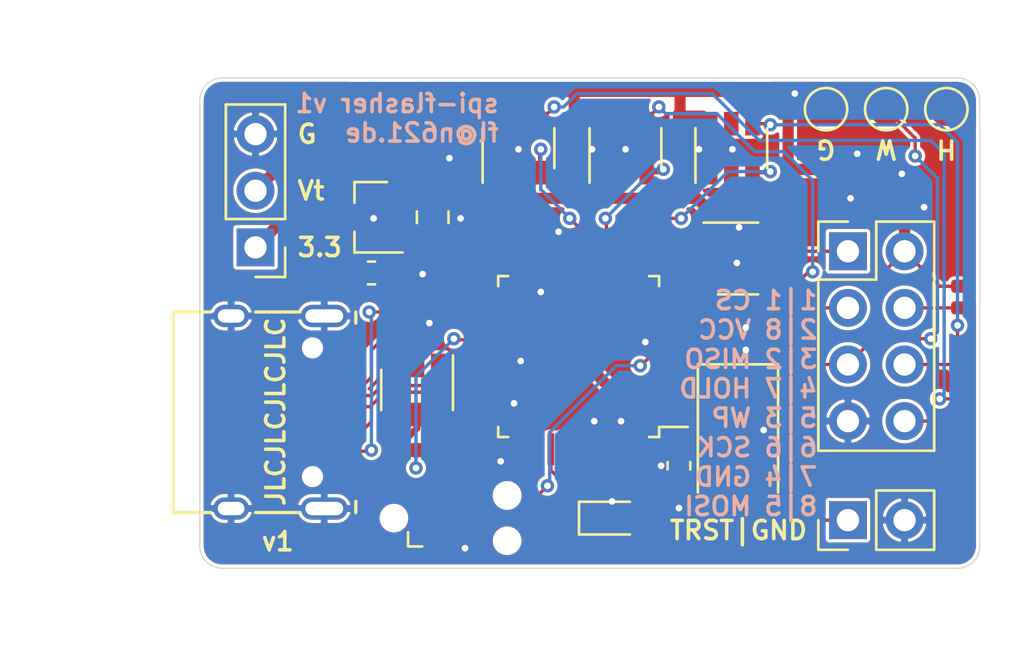
<source format=kicad_pcb>
(kicad_pcb (version 20171130) (host pcbnew 5.1.4)
  (layers (0 F.Cu signal) (31 B.Cu signal) (34 B.Paste user) (35 F.Paste user) (36 B.SilkS user) (37 F.SilkS user) (38 B.Mask user) (39 F.Mask user) (44 Edge.Cuts user))
  (net 0 "")
  (net 1 GND)
  (net 2 VBUS)
  (net 3 +3V3)
  (net 4 "Net-(C3-Pad1)")
  (net 5 /NRST)
  (net 6 /V_TARGET)
  (net 7 "Net-(C6-Pad1)")
  (net 8 "Net-(D1-Pad1)")
  (net 9 "Net-(J1-PadB5)")
  (net 10 "Net-(J1-PadA8)")
  (net 11 /USB_DP)
  (net 12 /USB_DM)
  (net 13 "Net-(J1-PadA5)")
  (net 14 "Net-(J1-PadB8)")
  (net 15 "Net-(J2-Pad6)")
  (net 16 /SWCLK)
  (net 17 /SWDIO)
  (net 18 /TRST)
  (net 19 "Net-(J5-Pad8)")
  (net 20 "Net-(J5-Pad6)")
  (net 21 /WP)
  (net 22 /HOLD)
  (net 23 "Net-(J5-Pad3)")
  (net 24 "Net-(J5-Pad1)")
  (net 25 "Net-(R3-Pad1)")
  (net 26 /NSS)
  (net 27 /MISO)
  (net 28 "Net-(R6-Pad1)")
  (net 29 /SCK)
  (net 30 /MOSI)
  (net 31 "Net-(U2-Pad4)")
  (net 32 "Net-(U2-Pad3)")
  (net 33 "Net-(U4-Pad46)")
  (net 34 "Net-(U4-Pad43)")
  (net 35 "Net-(U4-Pad41)")
  (net 36 "Net-(U4-Pad39)")
  (net 37 "Net-(U4-Pad38)")
  (net 38 "Net-(U4-Pad31)")
  (net 39 "Net-(U4-Pad30)")
  (net 40 "Net-(U4-Pad28)")
  (net 41 "Net-(U4-Pad27)")
  (net 42 "Net-(U4-Pad26)")
  (net 43 "Net-(U4-Pad25)")
  (net 44 "Net-(U4-Pad22)")
  (net 45 "Net-(U4-Pad21)")
  (net 46 "Net-(U4-Pad20)")
  (net 47 "Net-(U4-Pad19)")
  (net 48 "Net-(U4-Pad18)")
  (net 49 /MOSI_MCU)
  (net 50 /MISO_MCU)
  (net 51 /SCK_MCU)
  (net 52 /NSS_MCU)
  (net 53 "Net-(U4-Pad13)")
  (net 54 "Net-(U4-Pad12)")
  (net 55 "Net-(U4-Pad11)")
  (net 56 "Net-(U4-Pad10)")
  (net 57 "Net-(U4-Pad4)")
  (net 58 "Net-(U4-Pad3)")
  (net 59 "Net-(U4-Pad2)")
  (net 60 "Net-(U4-Pad42)")
  (module Package_TO_SOT_SMD:SOT-23 (layer F.Cu) (at 107.7 84.25 180)
    (fp_text reference U1 hide)
    (fp_text value XC6206)
    (pad 3 smd rect (at 1 0 180) (size 0.9 0.8) (layers F.Cu F.Paste F.Mask) (net 2 VBUS))
    (pad 2 smd rect (at -1 0.95 180) (size 0.9 0.8) (layers F.Cu F.Paste F.Mask) (net 3 +3V3))
    (pad 1 smd rect (at -1 -0.95 180) (size 0.9 0.8) (layers F.Cu F.Paste F.Mask) (net 1 GND))
  )
  (module Crystal:Crystal_SMD_5032-2Pin_5.0x3.2mm (layer F.Cu) (at 124.15 93.9 270)
    (fp_text reference Y1 hide)
    (fp_text value 8MHz)
    (pad 1 smd rect (at -1.85 0 270) (size 2 2.4) (layers F.Cu F.Paste F.Mask) (net 7 "Net-(C6-Pad1)"))
    (pad 2 smd rect (at 1.85 0 270) (size 2 2.4) (layers F.Cu F.Paste F.Mask) (net 4 "Net-(C3-Pad1)"))
  )
  (module Package_TO_SOT_SMD:SOT-23-6 (layer F.Cu) (at 119.1 81.15 90)
    (fp_text reference U8 hide)
    (fp_text value SN74LVC1T45DBV)
    (pad 5 smd rect (at 1.1 0 90) (size 1.06 0.65) (layers F.Cu F.Paste F.Mask) (net 1 GND))
    (pad 6 smd rect (at 1.1 -0.95 90) (size 1.06 0.65) (layers F.Cu F.Paste F.Mask) (net 6 /V_TARGET))
    (pad 4 smd rect (at 1.1 0.95 90) (size 1.06 0.65) (layers F.Cu F.Paste F.Mask) (net 27 /MISO))
    (pad 3 smd rect (at -1.1 0.95 90) (size 1.06 0.65) (layers F.Cu F.Paste F.Mask) (net 50 /MISO_MCU))
    (pad 2 smd rect (at -1.1 0 90) (size 1.06 0.65) (layers F.Cu F.Paste F.Mask) (net 1 GND))
    (pad 1 smd rect (at -1.1 -0.95 90) (size 1.06 0.65) (layers F.Cu F.Paste F.Mask) (net 3 +3V3))
  )
  (module Package_TO_SOT_SMD:SOT-23-6 (layer F.Cu) (at 123.85 81.15 90)
    (fp_text reference U7 hide)
    (fp_text value SN74LVC1T45DBV)
    (pad 5 smd rect (at 1.1 0 90) (size 1.06 0.65) (layers F.Cu F.Paste F.Mask) (net 3 +3V3))
    (pad 6 smd rect (at 1.1 -0.95 90) (size 1.06 0.65) (layers F.Cu F.Paste F.Mask) (net 6 /V_TARGET))
    (pad 4 smd rect (at 1.1 0.95 90) (size 1.06 0.65) (layers F.Cu F.Paste F.Mask) (net 29 /SCK))
    (pad 3 smd rect (at -1.1 0.95 90) (size 1.06 0.65) (layers F.Cu F.Paste F.Mask) (net 51 /SCK_MCU))
    (pad 2 smd rect (at -1.1 0 90) (size 1.06 0.65) (layers F.Cu F.Paste F.Mask) (net 1 GND))
    (pad 1 smd rect (at -1.1 -0.95 90) (size 1.06 0.65) (layers F.Cu F.Paste F.Mask) (net 3 +3V3))
  )
  (module Package_TO_SOT_SMD:SOT-23-6 (layer F.Cu) (at 114.3 81.15 90)
    (fp_text reference U6 hide)
    (fp_text value SN74LVC1T45DBV)
    (pad 5 smd rect (at 1.1 0 90) (size 1.06 0.65) (layers F.Cu F.Paste F.Mask) (net 3 +3V3))
    (pad 6 smd rect (at 1.1 -0.95 90) (size 1.06 0.65) (layers F.Cu F.Paste F.Mask) (net 6 /V_TARGET))
    (pad 4 smd rect (at 1.1 0.95 90) (size 1.06 0.65) (layers F.Cu F.Paste F.Mask) (net 30 /MOSI))
    (pad 3 smd rect (at -1.1 0.95 90) (size 1.06 0.65) (layers F.Cu F.Paste F.Mask) (net 49 /MOSI_MCU))
    (pad 2 smd rect (at -1.1 0 90) (size 1.06 0.65) (layers F.Cu F.Paste F.Mask) (net 1 GND))
    (pad 1 smd rect (at -1.1 -0.95 90) (size 1.06 0.65) (layers F.Cu F.Paste F.Mask) (net 3 +3V3))
  )
  (module Package_TO_SOT_SMD:SOT-23-6 (layer F.Cu) (at 124.15 86.1)
    (fp_text reference U5 hide)
    (fp_text value SN74LVC1T45DBV)
    (pad 5 smd rect (at 1.1 0) (size 1.06 0.65) (layers F.Cu F.Paste F.Mask) (net 3 +3V3))
    (pad 6 smd rect (at 1.1 -0.95) (size 1.06 0.65) (layers F.Cu F.Paste F.Mask) (net 6 /V_TARGET))
    (pad 4 smd rect (at 1.1 0.95) (size 1.06 0.65) (layers F.Cu F.Paste F.Mask) (net 26 /NSS))
    (pad 3 smd rect (at -1.1 0.95) (size 1.06 0.65) (layers F.Cu F.Paste F.Mask) (net 52 /NSS_MCU))
    (pad 2 smd rect (at -1.1 0) (size 1.06 0.65) (layers F.Cu F.Paste F.Mask) (net 1 GND))
    (pad 1 smd rect (at -1.1 -0.95) (size 1.06 0.65) (layers F.Cu F.Paste F.Mask) (net 3 +3V3))
  )
  (module Package_QFP:LQFP-48_7x7mm_P0.5mm (layer F.Cu) (at 117 90.5 180)
    (fp_text reference U4 hide)
    (fp_text value STM32F103C8T6)
    (pad 48 smd roundrect (at -2.75 -4.1625 180) (size 0.3 1.475) (layers F.Cu F.Paste F.Mask) (net 3 +3V3))
    (pad 47 smd roundrect (at -2.25 -4.1625 180) (size 0.3 1.475) (layers F.Cu F.Paste F.Mask) (net 1 GND))
    (pad 46 smd roundrect (at -1.75 -4.1625 180) (size 0.3 1.475) (layers F.Cu F.Paste F.Mask) (net 33 "Net-(U4-Pad46)"))
    (pad 45 smd roundrect (at -1.25 -4.1625 180) (size 0.3 1.475) (layers F.Cu F.Paste F.Mask) (net 25 "Net-(R3-Pad1)"))
    (pad 44 smd roundrect (at -0.75 -4.1625 180) (size 0.3 1.475) (layers F.Cu F.Paste F.Mask) (net 1 GND))
    (pad 43 smd roundrect (at -0.25 -4.1625 180) (size 0.3 1.475) (layers F.Cu F.Paste F.Mask) (net 34 "Net-(U4-Pad43)"))
    (pad 42 smd roundrect (at 0.25 -4.1625 180) (size 0.3 1.475) (layers F.Cu F.Paste F.Mask) (net 60 "Net-(U4-Pad42)"))
    (pad 41 smd roundrect (at 0.75 -4.1625 180) (size 0.3 1.475) (layers F.Cu F.Paste F.Mask) (net 35 "Net-(U4-Pad41)"))
    (pad 40 smd roundrect (at 1.25 -4.1625 180) (size 0.3 1.475) (layers F.Cu F.Paste F.Mask) (net 18 /TRST))
    (pad 39 smd roundrect (at 1.75 -4.1625 180) (size 0.3 1.475) (layers F.Cu F.Paste F.Mask) (net 36 "Net-(U4-Pad39)"))
    (pad 38 smd roundrect (at 2.25 -4.1625 180) (size 0.3 1.475) (layers F.Cu F.Paste F.Mask) (net 37 "Net-(U4-Pad38)"))
    (pad 37 smd roundrect (at 2.75 -4.1625 180) (size 0.3 1.475) (layers F.Cu F.Paste F.Mask) (net 16 /SWCLK))
    (pad 36 smd roundrect (at 4.1625 -2.75 180) (size 1.475 0.3) (layers F.Cu F.Paste F.Mask) (net 3 +3V3))
    (pad 35 smd roundrect (at 4.1625 -2.25 180) (size 1.475 0.3) (layers F.Cu F.Paste F.Mask) (net 1 GND))
    (pad 34 smd roundrect (at 4.1625 -1.75 180) (size 1.475 0.3) (layers F.Cu F.Paste F.Mask) (net 17 /SWDIO))
    (pad 33 smd roundrect (at 4.1625 -1.25 180) (size 1.475 0.3) (layers F.Cu F.Paste F.Mask) (net 11 /USB_DP))
    (pad 32 smd roundrect (at 4.1625 -0.75 180) (size 1.475 0.3) (layers F.Cu F.Paste F.Mask) (net 12 /USB_DM))
    (pad 31 smd roundrect (at 4.1625 -0.25 180) (size 1.475 0.3) (layers F.Cu F.Paste F.Mask) (net 38 "Net-(U4-Pad31)"))
    (pad 30 smd roundrect (at 4.1625 0.25 180) (size 1.475 0.3) (layers F.Cu F.Paste F.Mask) (net 39 "Net-(U4-Pad30)"))
    (pad 29 smd roundrect (at 4.1625 0.75 180) (size 1.475 0.3) (layers F.Cu F.Paste F.Mask) (net 28 "Net-(R6-Pad1)"))
    (pad 28 smd roundrect (at 4.1625 1.25 180) (size 1.475 0.3) (layers F.Cu F.Paste F.Mask) (net 40 "Net-(U4-Pad28)"))
    (pad 27 smd roundrect (at 4.1625 1.75 180) (size 1.475 0.3) (layers F.Cu F.Paste F.Mask) (net 41 "Net-(U4-Pad27)"))
    (pad 26 smd roundrect (at 4.1625 2.25 180) (size 1.475 0.3) (layers F.Cu F.Paste F.Mask) (net 42 "Net-(U4-Pad26)"))
    (pad 25 smd roundrect (at 4.1625 2.75 180) (size 1.475 0.3) (layers F.Cu F.Paste F.Mask) (net 43 "Net-(U4-Pad25)"))
    (pad 24 smd roundrect (at 2.75 4.1625 180) (size 0.3 1.475) (layers F.Cu F.Paste F.Mask) (net 3 +3V3))
    (pad 23 smd roundrect (at 2.25 4.1625 180) (size 0.3 1.475) (layers F.Cu F.Paste F.Mask) (net 1 GND))
    (pad 22 smd roundrect (at 1.75 4.1625 180) (size 0.3 1.475) (layers F.Cu F.Paste F.Mask) (net 44 "Net-(U4-Pad22)"))
    (pad 21 smd roundrect (at 1.25 4.1625 180) (size 0.3 1.475) (layers F.Cu F.Paste F.Mask) (net 45 "Net-(U4-Pad21)"))
    (pad 20 smd roundrect (at 0.75 4.1625 180) (size 0.3 1.475) (layers F.Cu F.Paste F.Mask) (net 46 "Net-(U4-Pad20)"))
    (pad 19 smd roundrect (at 0.25 4.1625 180) (size 0.3 1.475) (layers F.Cu F.Paste F.Mask) (net 47 "Net-(U4-Pad19)"))
    (pad 18 smd roundrect (at -0.25 4.1625 180) (size 0.3 1.475) (layers F.Cu F.Paste F.Mask) (net 48 "Net-(U4-Pad18)"))
    (pad 17 smd roundrect (at -0.75 4.1625 180) (size 0.3 1.475) (layers F.Cu F.Paste F.Mask) (net 49 /MOSI_MCU))
    (pad 16 smd roundrect (at -1.25 4.1625 180) (size 0.3 1.475) (layers F.Cu F.Paste F.Mask) (net 50 /MISO_MCU))
    (pad 15 smd roundrect (at -1.75 4.1625 180) (size 0.3 1.475) (layers F.Cu F.Paste F.Mask) (net 51 /SCK_MCU))
    (pad 14 smd roundrect (at -2.25 4.1625 180) (size 0.3 1.475) (layers F.Cu F.Paste F.Mask) (net 52 /NSS_MCU))
    (pad 13 smd roundrect (at -2.75 4.1625 180) (size 0.3 1.475) (layers F.Cu F.Paste F.Mask) (net 53 "Net-(U4-Pad13)"))
    (pad 12 smd roundrect (at -4.1625 2.75 180) (size 1.475 0.3) (layers F.Cu F.Paste F.Mask) (net 54 "Net-(U4-Pad12)"))
    (pad 11 smd roundrect (at -4.1625 2.25 180) (size 1.475 0.3) (layers F.Cu F.Paste F.Mask) (net 55 "Net-(U4-Pad11)"))
    (pad 10 smd roundrect (at -4.1625 1.75 180) (size 1.475 0.3) (layers F.Cu F.Paste F.Mask) (net 56 "Net-(U4-Pad10)"))
    (pad 9 smd roundrect (at -4.1625 1.25 180) (size 1.475 0.3) (layers F.Cu F.Paste F.Mask) (net 3 +3V3))
    (pad 8 smd roundrect (at -4.1625 0.75 180) (size 1.475 0.3) (layers F.Cu F.Paste F.Mask) (net 1 GND))
    (pad 7 smd roundrect (at -4.1625 0.25 180) (size 1.475 0.3) (layers F.Cu F.Paste F.Mask) (net 5 /NRST))
    (pad 6 smd roundrect (at -4.1625 -0.25 180) (size 1.475 0.3) (layers F.Cu F.Paste F.Mask) (net 7 "Net-(C6-Pad1)"))
    (pad 5 smd roundrect (at -4.1625 -0.75 180) (size 1.475 0.3) (layers F.Cu F.Paste F.Mask) (net 4 "Net-(C3-Pad1)"))
    (pad 4 smd roundrect (at -4.1625 -1.25 180) (size 1.475 0.3) (layers F.Cu F.Paste F.Mask) (net 57 "Net-(U4-Pad4)"))
    (pad 3 smd roundrect (at -4.1625 -1.75 180) (size 1.475 0.3) (layers F.Cu F.Paste F.Mask) (net 58 "Net-(U4-Pad3)"))
    (pad 2 smd roundrect (at -4.1625 -2.25 180) (size 1.475 0.3) (layers F.Cu F.Paste F.Mask) (net 59 "Net-(U4-Pad2)"))
    (pad 1 smd roundrect (at -4.1625 -2.75 180) (size 1.475 0.3) (layers F.Cu F.Paste F.Mask) (net 3 +3V3))
  )
  (module Package_TO_SOT_SMD:SOT-23-6 (layer F.Cu) (at 109.75 92 270)
    (fp_text reference U2 hide)
    (fp_text value SRV05-4-P-T7)
    (pad 5 smd rect (at 1.1 0 270) (size 1.06 0.65) (layers F.Cu F.Paste F.Mask) (net 2 VBUS))
    (pad 6 smd rect (at 1.1 -0.95 270) (size 1.06 0.65) (layers F.Cu F.Paste F.Mask) (net 11 /USB_DP))
    (pad 4 smd rect (at 1.1 0.95 270) (size 1.06 0.65) (layers F.Cu F.Paste F.Mask) (net 31 "Net-(U2-Pad4)"))
    (pad 3 smd rect (at -1.1 0.95 270) (size 1.06 0.65) (layers F.Cu F.Paste F.Mask) (net 32 "Net-(U2-Pad3)"))
    (pad 2 smd rect (at -1.1 0 270) (size 1.06 0.65) (layers F.Cu F.Paste F.Mask) (net 1 GND))
    (pad 1 smd rect (at -1.1 -0.95 270) (size 1.06 0.65) (layers F.Cu F.Paste F.Mask) (net 12 /USB_DM))
  )
  (module TestPoint:TestPoint_Pad_D1.5mm (layer F.Cu) (at 130.8 79.4 270)
    (fp_text reference TP3 hide)
    (fp_text value TestPoint)
    (pad 1 smd circle (at 0 0 270) (size 1.5 1.5) (layers F.Cu F.Mask) (net 21 /WP))
  )
  (module TestPoint:TestPoint_Pad_D1.5mm (layer F.Cu) (at 133.5 79.4 270)
    (fp_text reference TP2 hide)
    (fp_text value TestPoint)
    (pad 1 smd circle (at 0 0 270) (size 1.5 1.5) (layers F.Cu F.Mask) (net 22 /HOLD))
  )
  (module TestPoint:TestPoint_Pad_D1.5mm (layer F.Cu) (at 128.1 79.4 270)
    (fp_text reference TP1 hide)
    (fp_text value TestPoint)
    (pad 1 smd circle (at 0 0 270) (size 1.5 1.5) (layers F.Cu F.Mask) (net 1 GND))
  )
  (module Resistor_SMD:R_0402_1005Metric (layer F.Cu) (at 134.036 92.911 270)
    (fp_text reference R10 hide)
    (fp_text value 33R)
    (pad 2 smd roundrect (at 0.485 0 270) (size 0.59 0.64) (layers F.Cu F.Paste F.Mask) (net 19 "Net-(J5-Pad8)"))
    (pad 1 smd roundrect (at -0.485 0 270) (size 0.59 0.64) (layers F.Cu F.Paste F.Mask) (net 30 /MOSI))
  )
  (module Resistor_SMD:R_0402_1005Metric (layer F.Cu) (at 134.036 90.371 270)
    (fp_text reference R9 hide)
    (fp_text value 33R)
    (pad 2 smd roundrect (at 0.485 0 270) (size 0.59 0.64) (layers F.Cu F.Paste F.Mask) (net 20 "Net-(J5-Pad6)"))
    (pad 1 smd roundrect (at -0.485 0 270) (size 0.59 0.64) (layers F.Cu F.Paste F.Mask) (net 29 /SCK))
  )
  (module Resistor_SMD:R_0402_1005Metric (layer F.Cu) (at 126.67 90.371 270)
    (fp_text reference R8 hide)
    (fp_text value 1k)
    (pad 2 smd roundrect (at 0.485 0 270) (size 0.59 0.64) (layers F.Cu F.Paste F.Mask) (net 21 /WP))
    (pad 1 smd roundrect (at -0.485 0 270) (size 0.59 0.64) (layers F.Cu F.Paste F.Mask) (net 6 /V_TARGET))
  )
  (module Resistor_SMD:R_0402_1005Metric (layer F.Cu) (at 134.036 87.831 270)
    (fp_text reference R7 hide)
    (fp_text value 1k)
    (pad 2 smd roundrect (at 0.485 0 270) (size 0.59 0.64) (layers F.Cu F.Paste F.Mask) (net 22 /HOLD))
    (pad 1 smd roundrect (at -0.485 0 270) (size 0.59 0.64) (layers F.Cu F.Paste F.Mask) (net 6 /V_TARGET))
  )
  (module Resistor_SMD:R_0402_1005Metric (layer F.Cu) (at 110.2 94.7)
    (fp_text reference R6 hide)
    (fp_text value 1k5)
    (pad 2 smd roundrect (at 0.485 0) (size 0.59 0.64) (layers F.Cu F.Paste F.Mask) (net 11 /USB_DP))
    (pad 1 smd roundrect (at -0.485 0) (size 0.59 0.64) (layers F.Cu F.Paste F.Mask) (net 28 "Net-(R6-Pad1)"))
  )
  (module Resistor_SMD:R_0402_1005Metric (layer F.Cu) (at 126.67 87.831 270)
    (fp_text reference R5 hide)
    (fp_text value 33R)
    (pad 2 smd roundrect (at 0.485 0 270) (size 0.59 0.64) (layers F.Cu F.Paste F.Mask) (net 23 "Net-(J5-Pad3)"))
    (pad 1 smd roundrect (at -0.485 0 270) (size 0.59 0.64) (layers F.Cu F.Paste F.Mask) (net 27 /MISO))
  )
  (module Resistor_SMD:R_0402_1005Metric (layer F.Cu) (at 126.67 85.291 270)
    (fp_text reference R4 hide)
    (fp_text value 33R)
    (pad 2 smd roundrect (at 0.485 0 270) (size 0.59 0.64) (layers F.Cu F.Paste F.Mask) (net 24 "Net-(J5-Pad1)"))
    (pad 1 smd roundrect (at -0.485 0 270) (size 0.59 0.64) (layers F.Cu F.Paste F.Mask) (net 26 /NSS))
  )
  (module Resistor_SMD:R_0402_1005Metric (layer F.Cu) (at 117.5 96.25 180)
    (fp_text reference R3 hide)
    (fp_text value 220R)
    (pad 2 smd roundrect (at 0.485 0 180) (size 0.59 0.64) (layers F.Cu F.Paste F.Mask) (net 8 "Net-(D1-Pad1)"))
    (pad 1 smd roundrect (at -0.485 0 180) (size 0.59 0.64) (layers F.Cu F.Paste F.Mask) (net 25 "Net-(R3-Pad1)"))
  )
  (module Resistor_SMD:R_0402_1005Metric (layer F.Cu) (at 108.9 88.5 180)
    (fp_text reference R2 hide)
    (fp_text value 5k1)
    (pad 2 smd roundrect (at 0.485 0 180) (size 0.59 0.64) (layers F.Cu F.Paste F.Mask) (net 9 "Net-(J1-PadB5)"))
    (pad 1 smd roundrect (at -0.485 0 180) (size 0.59 0.64) (layers F.Cu F.Paste F.Mask) (net 1 GND))
  )
  (module Resistor_SMD:R_0402_1005Metric (layer F.Cu) (at 108.9 89.5 180)
    (fp_text reference R1 hide)
    (fp_text value 5k1)
    (pad 2 smd roundrect (at 0.485 0 180) (size 0.59 0.64) (layers F.Cu F.Paste F.Mask) (net 13 "Net-(J1-PadA5)"))
    (pad 1 smd roundrect (at -0.485 0 180) (size 0.59 0.64) (layers F.Cu F.Paste F.Mask) (net 1 GND))
  )
  (module Connector_PinHeader_2.54mm:PinHeader_2x04_P2.54mm_Vertical (layer F.Cu) (at 129.083 85.776)
    (fp_text reference J5 hide)
    (fp_text value Clip)
    (pad 8 thru_hole oval (at 2.54 7.62) (size 1.7 1.7) (drill 1) (layers *.Cu *.Mask) (net 19 "Net-(J5-Pad8)"))
    (pad 7 thru_hole oval (at 0 7.62) (size 1.7 1.7) (drill 1) (layers *.Cu *.Mask) (net 1 GND))
    (pad 6 thru_hole oval (at 2.54 5.08) (size 1.7 1.7) (drill 1) (layers *.Cu *.Mask) (net 20 "Net-(J5-Pad6)"))
    (pad 5 thru_hole oval (at 0 5.08) (size 1.7 1.7) (drill 1) (layers *.Cu *.Mask) (net 21 /WP))
    (pad 4 thru_hole oval (at 2.54 2.54) (size 1.7 1.7) (drill 1) (layers *.Cu *.Mask) (net 22 /HOLD))
    (pad 3 thru_hole oval (at 0 2.54) (size 1.7 1.7) (drill 1) (layers *.Cu *.Mask) (net 23 "Net-(J5-Pad3)"))
    (pad 2 thru_hole oval (at 2.54 0) (size 1.7 1.7) (drill 1) (layers *.Cu *.Mask) (net 6 /V_TARGET))
    (pad 1 thru_hole rect (at 0 0) (size 1.7 1.7) (drill 1) (layers *.Cu *.Mask) (net 24 "Net-(J5-Pad1)"))
  )
  (module Connector_PinHeader_2.54mm:PinHeader_1x03_P2.54mm_Vertical (layer F.Cu) (at 102.5 85.6 180)
    (fp_text reference J4 hide)
    (fp_text value Conn_01x03)
    (pad 3 thru_hole oval (at 0 5.08 180) (size 1.7 1.7) (drill 1) (layers *.Cu *.Mask) (net 1 GND))
    (pad 2 thru_hole oval (at 0 2.54 180) (size 1.7 1.7) (drill 1) (layers *.Cu *.Mask) (net 6 /V_TARGET))
    (pad 1 thru_hole rect (at 0 0 180) (size 1.7 1.7) (drill 1) (layers *.Cu *.Mask) (net 3 +3V3))
  )
  (module Connector_PinHeader_2.54mm:PinHeader_1x02_P2.54mm_Vertical (layer F.Cu) (at 129.083 97.841 90)
    (fp_text reference J3 hide)
    (fp_text value Conn_01x02)
    (pad 2 thru_hole oval (at 0 2.54 90) (size 1.7 1.7) (drill 1) (layers *.Cu *.Mask) (net 1 GND))
    (pad 1 thru_hole rect (at 0 0 90) (size 1.7 1.7) (drill 1) (layers *.Cu *.Mask) (net 18 /TRST))
  )
  (module Connector:Tag-Connect_TC2030-IDC-NL_2x03_P1.27mm_Vertical (layer F.Cu) (at 111.25 97.75)
    (fp_text reference J2 hide)
    (fp_text value Tag-Connect)
    (pad "" np_thru_hole circle (at 2.54 -1.016) (size 0.9906 0.9906) (drill 0.9906) (layers *.Cu *.Mask))
    (pad "" np_thru_hole circle (at 2.54 1.016) (size 0.9906 0.9906) (drill 0.9906) (layers *.Cu *.Mask))
    (pad "" np_thru_hole circle (at -2.54 0) (size 0.9906 0.9906) (drill 0.9906) (layers *.Cu *.Mask))
    (pad 1 connect circle (at -1.27 0.635) (size 0.7874 0.7874) (layers F.Cu F.Mask) (net 3 +3V3))
    (pad 2 connect circle (at -1.27 -0.635) (size 0.7874 0.7874) (layers F.Cu F.Mask) (net 17 /SWDIO))
    (pad 3 connect circle (at 0 0.635) (size 0.7874 0.7874) (layers F.Cu F.Mask) (net 5 /NRST))
    (pad 4 connect circle (at 0 -0.635) (size 0.7874 0.7874) (layers F.Cu F.Mask) (net 16 /SWCLK))
    (pad 5 connect circle (at 1.27 0.635) (size 0.7874 0.7874) (layers F.Cu F.Mask) (net 1 GND))
    (pad 6 connect circle (at 1.27 -0.635) (size 0.7874 0.7874) (layers F.Cu F.Mask) (net 15 "Net-(J2-Pad6)"))
  )
  (module footprints:USB-C_16Pin (layer F.Cu) (at 106.5 93 270)
    (fp_text reference J1 hide)
    (fp_text value USB_C_Receptacle_USB2.0)
    (pad A1 smd rect (at -3.2 0 270) (size 0.6 1.45) (layers F.Cu F.Paste F.Mask) (net 1 GND))
    (pad A4 smd rect (at -2.4 0 270) (size 0.6 1.45) (layers F.Cu F.Paste F.Mask) (net 2 VBUS))
    (pad B8 smd rect (at -1.75 0 270) (size 0.3 1.45) (layers F.Cu F.Paste F.Mask) (net 14 "Net-(J1-PadB8)"))
    (pad A5 smd rect (at -1.25 0 270) (size 0.3 1.45) (layers F.Cu F.Paste F.Mask) (net 13 "Net-(J1-PadA5)"))
    (pad B7 smd rect (at -0.75 0 270) (size 0.3 1.45) (layers F.Cu F.Paste F.Mask) (net 12 /USB_DM))
    (pad A6 smd rect (at -0.25 0 270) (size 0.3 1.45) (layers F.Cu F.Paste F.Mask) (net 11 /USB_DP))
    (pad A7 smd rect (at 0.25 0 270) (size 0.3 1.45) (layers F.Cu F.Paste F.Mask) (net 12 /USB_DM))
    (pad B6 smd rect (at 0.75 0 270) (size 0.3 1.45) (layers F.Cu F.Paste F.Mask) (net 11 /USB_DP))
    (pad A8 smd rect (at 1.25 0 270) (size 0.3 1.45) (layers F.Cu F.Paste F.Mask) (net 10 "Net-(J1-PadA8)"))
    (pad B5 smd rect (at 1.75 0 270) (size 0.3 1.45) (layers F.Cu F.Paste F.Mask) (net 9 "Net-(J1-PadB5)"))
    (pad B4 smd rect (at 2.4 0 270) (size 0.6 1.45) (layers F.Cu F.Paste F.Mask) (net 2 VBUS))
    (pad B1 smd rect (at 3.2 0 270) (size 0.6 1.45) (layers F.Cu F.Paste F.Mask) (net 1 GND))
    (pad "" np_thru_hole circle (at -2.89 1.445 270) (size 0.65 0.65) (drill 0.65) (layers *.Cu *.Mask))
    (pad "" np_thru_hole circle (at 2.89 1.445 270) (size 0.65 0.65) (drill 0.65) (layers *.Cu *.Mask))
    (pad S1 thru_hole oval (at 4.32 5.095 270) (size 1 1.6) (drill oval 0.6 1.2) (layers *.Cu *.Mask) (net 1 GND))
    (pad S1 thru_hole oval (at -4.32 5.095 270) (size 1 1.6) (drill oval 0.6 1.2) (layers *.Cu *.Mask) (net 1 GND))
    (pad S1 thru_hole oval (at 4.32 0.915 270) (size 1 2.1) (drill oval 0.6 1.7) (layers *.Cu *.Mask) (net 1 GND))
    (pad S1 thru_hole oval (at -4.32 0.915 270) (size 1 2.1) (drill oval 0.6 1.7) (layers *.Cu *.Mask) (net 1 GND))
  )
  (module LED_SMD:LED_0603_1608Metric (layer F.Cu) (at 118.5 97.75)
    (fp_text reference D1 hide)
    (fp_text value green)
    (pad 2 smd roundrect (at 0.7875 0) (size 0.875 0.95) (layers F.Cu F.Paste F.Mask) (net 3 +3V3))
    (pad 1 smd roundrect (at -0.7875 0) (size 0.875 0.95) (layers F.Cu F.Paste F.Mask) (net 8 "Net-(D1-Pad1)"))
  )
  (module Capacitor_SMD:C_0402_1005Metric (layer F.Cu) (at 116.8 80.2 270)
    (fp_text reference C19 hide)
    (fp_text value 100n)
    (pad 2 smd roundrect (at 0.485 0 270) (size 0.59 0.64) (layers F.Cu F.Paste F.Mask) (net 1 GND))
    (pad 1 smd roundrect (at -0.485 0 270) (size 0.59 0.64) (layers F.Cu F.Paste F.Mask) (net 6 /V_TARGET))
  )
  (module Capacitor_SMD:C_0402_1005Metric (layer F.Cu) (at 121.55 80.2 270)
    (fp_text reference C18 hide)
    (fp_text value 100n)
    (pad 2 smd roundrect (at 0.485 0 270) (size 0.59 0.64) (layers F.Cu F.Paste F.Mask) (net 1 GND))
    (pad 1 smd roundrect (at -0.485 0 270) (size 0.59 0.64) (layers F.Cu F.Paste F.Mask) (net 6 /V_TARGET))
  )
  (module Capacitor_SMD:C_0402_1005Metric (layer F.Cu) (at 116.8 82.1 90)
    (fp_text reference C17 hide)
    (fp_text value 100n)
    (pad 2 smd roundrect (at 0.485 0 90) (size 0.59 0.64) (layers F.Cu F.Paste F.Mask) (net 1 GND))
    (pad 1 smd roundrect (at -0.485 0 90) (size 0.59 0.64) (layers F.Cu F.Paste F.Mask) (net 3 +3V3))
  )
  (module Capacitor_SMD:C_0402_1005Metric (layer F.Cu) (at 121.55 82.1 90)
    (fp_text reference C16 hide)
    (fp_text value 100n)
    (pad 2 smd roundrect (at 0.485 0 90) (size 0.59 0.64) (layers F.Cu F.Paste F.Mask) (net 1 GND))
    (pad 1 smd roundrect (at -0.485 0 90) (size 0.59 0.64) (layers F.Cu F.Paste F.Mask) (net 3 +3V3))
  )
  (module Capacitor_SMD:C_0402_1005Metric (layer F.Cu) (at 112 80.2 270)
    (fp_text reference C15 hide)
    (fp_text value 100n)
    (pad 2 smd roundrect (at 0.485 0 270) (size 0.59 0.64) (layers F.Cu F.Paste F.Mask) (net 1 GND))
    (pad 1 smd roundrect (at -0.485 0 270) (size 0.59 0.64) (layers F.Cu F.Paste F.Mask) (net 6 /V_TARGET))
  )
  (module Capacitor_SMD:C_0402_1005Metric (layer F.Cu) (at 125.1 83.8 180)
    (fp_text reference C14 hide)
    (fp_text value 100n)
    (pad 2 smd roundrect (at 0.485 0 180) (size 0.59 0.64) (layers F.Cu F.Paste F.Mask) (net 1 GND))
    (pad 1 smd roundrect (at -0.485 0 180) (size 0.59 0.64) (layers F.Cu F.Paste F.Mask) (net 6 /V_TARGET))
  )
  (module Capacitor_SMD:C_0402_1005Metric (layer F.Cu) (at 114.8 84.8)
    (fp_text reference C13 hide)
    (fp_text value 100n)
    (pad 2 smd roundrect (at 0.485 0) (size 0.59 0.64) (layers F.Cu F.Paste F.Mask) (net 1 GND))
    (pad 1 smd roundrect (at -0.485 0) (size 0.59 0.64) (layers F.Cu F.Paste F.Mask) (net 3 +3V3))
  )
  (module Capacitor_SMD:C_0402_1005Metric (layer F.Cu) (at 112 82.1 90)
    (fp_text reference C12 hide)
    (fp_text value 100n)
    (pad 2 smd roundrect (at 0.485 0 90) (size 0.59 0.64) (layers F.Cu F.Paste F.Mask) (net 1 GND))
    (pad 1 smd roundrect (at -0.485 0 90) (size 0.59 0.64) (layers F.Cu F.Paste F.Mask) (net 3 +3V3))
  )
  (module Capacitor_SMD:C_0402_1005Metric (layer F.Cu) (at 123.2 83.8)
    (fp_text reference C11 hide)
    (fp_text value 100n)
    (pad 2 smd roundrect (at 0.485 0) (size 0.59 0.64) (layers F.Cu F.Paste F.Mask) (net 1 GND))
    (pad 1 smd roundrect (at -0.485 0) (size 0.59 0.64) (layers F.Cu F.Paste F.Mask) (net 3 +3V3))
  )
  (module Capacitor_SMD:C_0402_1005Metric (layer F.Cu) (at 119.5 96.25 180)
    (fp_text reference C10 hide)
    (fp_text value 100n)
    (pad 2 smd roundrect (at 0.485 0 180) (size 0.59 0.64) (layers F.Cu F.Paste F.Mask) (net 1 GND))
    (pad 1 smd roundrect (at -0.485 0 180) (size 0.59 0.64) (layers F.Cu F.Paste F.Mask) (net 3 +3V3))
  )
  (module Capacitor_SMD:C_0402_1005Metric (layer F.Cu) (at 112.6 94.7 270)
    (fp_text reference C9 hide)
    (fp_text value 100n)
    (pad 2 smd roundrect (at 0.485 0 270) (size 0.59 0.64) (layers F.Cu F.Paste F.Mask) (net 1 GND))
    (pad 1 smd roundrect (at -0.485 0 270) (size 0.59 0.64) (layers F.Cu F.Paste F.Mask) (net 3 +3V3))
  )
  (module Capacitor_SMD:C_0402_1005Metric (layer F.Cu) (at 123.2 89.2)
    (fp_text reference C8 hide)
    (fp_text value 100n)
    (pad 2 smd roundrect (at 0.485 0) (size 0.59 0.64) (layers F.Cu F.Paste F.Mask) (net 1 GND))
    (pad 1 smd roundrect (at -0.485 0) (size 0.59 0.64) (layers F.Cu F.Paste F.Mask) (net 3 +3V3))
  )
  (module Capacitor_SMD:C_0603_1608Metric (layer F.Cu) (at 121.5 95.4 270)
    (fp_text reference C7 hide)
    (fp_text value 1u)
    (pad 2 smd roundrect (at 0.7875 0 270) (size 0.875 0.95) (layers F.Cu F.Paste F.Mask) (net 1 GND))
    (pad 1 smd roundrect (at -0.7875 0 270) (size 0.875 0.95) (layers F.Cu F.Paste F.Mask) (net 3 +3V3))
  )
  (module Capacitor_SMD:C_0402_1005Metric (layer F.Cu) (at 126.6 92.9 270)
    (fp_text reference C6 hide)
    (fp_text value TBD)
    (pad 2 smd roundrect (at 0.485 0 270) (size 0.59 0.64) (layers F.Cu F.Paste F.Mask) (net 1 GND))
    (pad 1 smd roundrect (at -0.485 0 270) (size 0.59 0.64) (layers F.Cu F.Paste F.Mask) (net 7 "Net-(C6-Pad1)"))
  )
  (module Capacitor_SMD:C_0402_1005Metric (layer F.Cu) (at 123.2 90.2)
    (fp_text reference C4 hide)
    (fp_text value 100n)
    (pad 2 smd roundrect (at 0.485 0) (size 0.59 0.64) (layers F.Cu F.Paste F.Mask) (net 1 GND))
    (pad 1 smd roundrect (at -0.485 0) (size 0.59 0.64) (layers F.Cu F.Paste F.Mask) (net 5 /NRST))
  )
  (module Capacitor_SMD:C_0402_1005Metric (layer F.Cu) (at 126.6 94.9 90)
    (fp_text reference C3 hide)
    (fp_text value TBD)
    (pad 2 smd roundrect (at 0.485 0 90) (size 0.59 0.64) (layers F.Cu F.Paste F.Mask) (net 1 GND))
    (pad 1 smd roundrect (at -0.485 0 90) (size 0.59 0.64) (layers F.Cu F.Paste F.Mask) (net 4 "Net-(C3-Pad1)"))
  )
  (module Capacitor_SMD:C_0805_2012Metric (layer F.Cu) (at 110.45 84.25 270)
    (fp_text reference C2 hide)
    (fp_text value 10u)
    (pad 2 smd roundrect (at 0.9375 0 270) (size 0.975 1.4) (layers F.Cu F.Paste F.Mask) (net 1 GND))
    (pad 1 smd roundrect (at -0.9375 0 270) (size 0.975 1.4) (layers F.Cu F.Paste F.Mask) (net 3 +3V3))
  )
  (module Capacitor_SMD:C_0603_1608Metric (layer F.Cu) (at 107.7 86.75)
    (fp_text reference C1 hide)
    (fp_text value 1u)
    (pad 2 smd roundrect (at 0.7875 0) (size 0.875 0.95) (layers F.Cu F.Paste F.Mask) (net 1 GND))
    (pad 1 smd roundrect (at -0.7875 0) (size 0.875 0.95) (layers F.Cu F.Paste F.Mask) (net 2 VBUS))
  )
  (gr_text JLCJLCJLCJLC (at 103.4 97.3 90) (layer F.SilkS) (effects (font (size 0.82 0.82) (thickness 0.16)) (justify left)))
  (gr_arc (start 101 99) (end 100 99) (angle -90) (layer Edge.Cuts) (width 0.05))
  (gr_arc (start 134 99) (end 134 100) (angle -90) (layer Edge.Cuts) (width 0.05))
  (gr_arc (start 134 79) (end 135 79) (angle -90) (layer Edge.Cuts) (width 0.05))
  (gr_arc (start 101 79) (end 101 78) (angle -90) (layer Edge.Cuts) (width 0.05))
  (gr_text "1|1 CS\n2|8 VCC\n3|2 MISO\n4|7 HOLD\n5|3 WP\n6|6 SCK\n7|4 GND\n8|5 MOSI" (at 127.8 92.6) (layer B.SilkS) (effects (font (size 0.82 0.82) (thickness 0.16)) (justify left mirror)))
  (gr_text "spi-flasher v1\nfl@n621.de" (at 113.5 79.8) (layer B.SilkS) (effects (font (size 0.82 0.82) (thickness 0.16)) (justify left mirror)))
  (gr_text G (at 128.1 81.2 180) (layer F.SilkS) (effects (font (size 0.82 0.82) (thickness 0.16))))
  (gr_text H (at 133.5 81.2 180) (layer F.SilkS) (effects (font (size 0.82 0.82) (thickness 0.16))))
  (gr_text W (at 130.8 81.2 180) (layer F.SilkS) (effects (font (size 0.82 0.82) (thickness 0.16))))
  (gr_text v1 (at 103.5 98.8) (layer F.SilkS) (effects (font (size 0.82 0.82) (thickness 0.16))))
  (gr_text TRST|GND (at 121 98.3) (layer F.SilkS) (effects (font (size 0.82 0.82) (thickness 0.16)) (justify left)))
  (gr_text 3.3 (at 104.3 85.6) (layer F.SilkS) (effects (font (size 0.82 0.82) (thickness 0.16)) (justify left)))
  (gr_text Vt (at 104.3 83.06) (layer F.SilkS) (effects (font (size 0.82 0.82) (thickness 0.16)) (justify left)))
  (gr_text G (at 104.3 80.52) (layer F.SilkS) (effects (font (size 0.82 0.82) (thickness 0.16)) (justify left)))
  (gr_line (start 134 78) (end 101 78) (layer Edge.Cuts) (width 0.05))
  (gr_line (start 135 99) (end 135 79) (layer Edge.Cuts) (width 0.05))
  (gr_line (start 101 100) (end 134 100) (layer Edge.Cuts) (width 0.05))
  (gr_line (start 100 99) (end 100 79) (layer Edge.Cuts) (width 0.05))
  (via (at 114.3 81.2) (size 0.6) (drill 0.3) (layers F.Cu B.Cu) (net 1))
  (via (at 119.1 81.2) (size 0.6) (drill 0.3) (layers F.Cu B.Cu) (net 1))
  (via (at 111.2 81.6) (size 0.6) (drill 0.3) (layers F.Cu B.Cu) (net 1))
  (via (at 123.9 81.2) (size 0.6) (drill 0.3) (layers F.Cu B.Cu) (net 1))
  (via (at 122.4 81.2) (size 0.6) (drill 0.3) (layers F.Cu B.Cu) (net 1))
  (via (at 117.6 81.2) (size 0.6) (drill 0.3) (layers F.Cu B.Cu) (net 1))
  (via (at 124.2 84.7) (size 0.6) (drill 0.3) (layers F.Cu B.Cu) (net 1))
  (via (at 124.1 86.3) (size 0.6) (drill 0.3) (layers F.Cu B.Cu) (net 1))
  (via (at 107.8 84.3) (size 0.6) (drill 0.3) (layers F.Cu B.Cu) (net 1))
  (via (at 111.7 84.3) (size 0.6) (drill 0.3) (layers F.Cu B.Cu) (net 1))
  (via (at 110 86.8) (size 0.6) (drill 0.3) (layers F.Cu B.Cu) (net 1))
  (via (at 110.3 89) (size 0.6) (drill 0.3) (layers F.Cu B.Cu) (net 1))
  (segment (start 121.1625 89.75) (end 120.091307 89.75) (width 0.3) (layer F.Cu) (net 1))
  (via (at 119.991297 89.85001) (size 0.6) (drill 0.3) (layers F.Cu B.Cu) (net 1))
  (segment (start 120.091307 89.75) (end 119.991297 89.85001) (width 0.3) (layer F.Cu) (net 1))
  (via (at 120.7 95.4) (size 0.6) (drill 0.3) (layers F.Cu B.Cu) (net 1))
  (segment (start 121.5 96.1875) (end 121.4875 96.1875) (width 0.3) (layer F.Cu) (net 1))
  (via (at 118.5 97) (size 0.6) (drill 0.3) (layers F.Cu B.Cu) (net 1))
  (via (at 117.7 93.4) (size 0.6) (drill 0.3) (layers F.Cu B.Cu) (net 1))
  (via (at 118.9 93.4) (size 0.6) (drill 0.3) (layers F.Cu B.Cu) (net 1))
  (via (at 115.3 87.6) (size 0.6) (drill 0.3) (layers F.Cu B.Cu) (net 1))
  (via (at 116.1 84.9) (size 0.6) (drill 0.3) (layers F.Cu B.Cu) (net 1))
  (via (at 114.4 90.7) (size 0.6) (drill 0.3) (layers F.Cu B.Cu) (net 1))
  (via (at 114.1 92.6) (size 0.6) (drill 0.3) (layers F.Cu B.Cu) (net 1))
  (via (at 113.5 95.2) (size 0.6) (drill 0.3) (layers F.Cu B.Cu) (net 1))
  (via (at 111.9 99.1) (size 0.6) (drill 0.3) (layers F.Cu B.Cu) (net 1))
  (via (at 125.3 93.8) (size 0.6) (drill 0.3) (layers F.Cu B.Cu) (net 1))
  (via (at 124.5 89.2) (size 0.6) (drill 0.3) (layers F.Cu B.Cu) (net 1))
  (via (at 124.5 90.2) (size 0.6) (drill 0.3) (layers F.Cu B.Cu) (net 1))
  (via (at 131.5 82.3) (size 0.6) (drill 0.3) (layers F.Cu B.Cu) (net 1))
  (via (at 132.5 83.8) (size 0.6) (drill 0.3) (layers F.Cu B.Cu) (net 1))
  (via (at 129.5 81.4) (size 0.6) (drill 0.3) (layers F.Cu B.Cu) (net 1))
  (via (at 129.2 83.4) (size 0.6) (drill 0.3) (layers F.Cu B.Cu) (net 1))
  (via (at 126.7 78.7) (size 0.6) (drill 0.3) (layers F.Cu B.Cu) (net 1))
  (via (at 121.5 97.3) (size 0.6) (drill 0.3) (layers F.Cu B.Cu) (net 1))
  (segment (start 106.5 90.6) (end 105.638002 90.6) (width 0.5) (layer F.Cu) (net 2))
  (segment (start 109.75 93.712124) (end 109.75 93.1) (width 0.3) (layer F.Cu) (net 2))
  (segment (start 106.5 95.4) (end 108.062124 95.4) (width 0.3) (layer F.Cu) (net 2))
  (segment (start 108.062124 95.4) (end 109.75 93.712124) (width 0.3) (layer F.Cu) (net 2))
  (segment (start 106.7 86.5375) (end 106.9125 86.75) (width 0.5) (layer F.Cu) (net 2))
  (segment (start 106.7 84.25) (end 106.7 86.5375) (width 0.5) (layer F.Cu) (net 2))
  (segment (start 105.638002 95.4) (end 106.5 95.4) (width 0.5) (layer F.Cu) (net 2))
  (segment (start 106.9125 86.75) (end 105.25 86.75) (width 0.5) (layer F.Cu) (net 2))
  (segment (start 103.7 93.461998) (end 105.638002 95.4) (width 0.5) (layer F.Cu) (net 2))
  (segment (start 105.25 86.75) (end 103.7 88.3) (width 0.5) (layer F.Cu) (net 2))
  (segment (start 103.735001 90.835001) (end 103.7 90.8) (width 0.5) (layer F.Cu) (net 2))
  (segment (start 105.638002 90.6) (end 105.403001 90.835001) (width 0.5) (layer F.Cu) (net 2))
  (segment (start 103.7 88.3) (end 103.7 90.8) (width 0.5) (layer F.Cu) (net 2))
  (segment (start 105.403001 90.835001) (end 103.735001 90.835001) (width 0.5) (layer F.Cu) (net 2))
  (segment (start 103.7 90.8) (end 103.7 93.461998) (width 0.5) (layer F.Cu) (net 2))
  (segment (start 112 83.4) (end 112 82.585) (width 0.5) (layer F.Cu) (net 3))
  (segment (start 122.315 83.4) (end 122.715 83.8) (width 0.5) (layer F.Cu) (net 3))
  (segment (start 122.715 84.815) (end 122.715 83.8) (width 0.5) (layer F.Cu) (net 3))
  (segment (start 123.05 85.15) (end 122.715 84.815) (width 0.5) (layer F.Cu) (net 3))
  (segment (start 121.55 83.25) (end 121.55 82.585) (width 0.5) (layer F.Cu) (net 3))
  (segment (start 121.7 83.4) (end 121.55 83.25) (width 0.5) (layer F.Cu) (net 3))
  (segment (start 121.7 83.4) (end 122.315 83.4) (width 0.5) (layer F.Cu) (net 3))
  (segment (start 116.8 83.4) (end 116.8 82.585) (width 0.5) (layer F.Cu) (net 3))
  (segment (start 116.8 83.4) (end 121.7 83.4) (width 0.5) (layer F.Cu) (net 3))
  (segment (start 113.015 82.585) (end 112 82.585) (width 0.5) (layer F.Cu) (net 3))
  (segment (start 113.35 82.25) (end 113.015 82.585) (width 0.5) (layer F.Cu) (net 3))
  (segment (start 117.815 82.585) (end 116.8 82.585) (width 0.5) (layer F.Cu) (net 3))
  (segment (start 118.15 82.25) (end 117.815 82.585) (width 0.5) (layer F.Cu) (net 3))
  (segment (start 122.565 82.585) (end 121.55 82.585) (width 0.5) (layer F.Cu) (net 3))
  (segment (start 122.9 82.25) (end 122.565 82.585) (width 0.5) (layer F.Cu) (net 3))
  (segment (start 112.8375 93.9775) (end 112.6 94.215) (width 0.3) (layer F.Cu) (net 3))
  (segment (start 112.8375 93.25) (end 112.8375 93.9775) (width 0.3) (layer F.Cu) (net 3))
  (segment (start 110.5375 83.3) (end 110.55 83.3125) (width 0.5) (layer F.Cu) (net 3))
  (segment (start 108.7 83.3) (end 110.4375 83.3) (width 0.5) (layer F.Cu) (net 3))
  (segment (start 110.5375 83.4) (end 112 83.4) (width 0.5) (layer F.Cu) (net 3))
  (segment (start 110.45 83.3125) (end 110.5375 83.4) (width 0.5) (layer F.Cu) (net 3))
  (segment (start 114.3 80.360002) (end 114.3 80.05) (width 0.15) (layer F.Cu) (net 3))
  (segment (start 113.35 81.310002) (end 114.3 80.360002) (width 0.15) (layer F.Cu) (net 3))
  (segment (start 113.35 82.25) (end 113.35 81.310002) (width 0.15) (layer F.Cu) (net 3))
  (segment (start 122.9 81.45) (end 122.9 82.25) (width 0.15) (layer F.Cu) (net 3))
  (segment (start 123.85 80.05) (end 123.85 80.5) (width 0.15) (layer F.Cu) (net 3))
  (segment (start 123.85 80.5) (end 122.9 81.45) (width 0.15) (layer F.Cu) (net 3))
  (segment (start 123.75 85.15) (end 123.05 85.15) (width 0.15) (layer F.Cu) (net 3))
  (segment (start 125.25 86.1) (end 124.7 86.1) (width 0.15) (layer F.Cu) (net 3))
  (segment (start 124.7 86.1) (end 123.75 85.15) (width 0.15) (layer F.Cu) (net 3))
  (segment (start 122.665 89.25) (end 122.715 89.2) (width 0.3) (layer F.Cu) (net 3))
  (segment (start 121.1625 89.25) (end 122.665 89.25) (width 0.3) (layer F.Cu) (net 3))
  (segment (start 119.75 96.015) (end 119.985 96.25) (width 0.3) (layer F.Cu) (net 3))
  (segment (start 119.75 94.6625) (end 119.75 96.015) (width 0.3) (layer F.Cu) (net 3))
  (segment (start 119.985 97.0525) (end 119.2875 97.75) (width 0.3) (layer F.Cu) (net 3))
  (segment (start 119.985 96.25) (end 119.985 97.0525) (width 0.3) (layer F.Cu) (net 3))
  (segment (start 104.8 83.3) (end 102.5 85.6) (width 0.5) (layer F.Cu) (net 3))
  (segment (start 108.7 83.3) (end 104.8 83.3) (width 0.5) (layer F.Cu) (net 3))
  (segment (start 114.315 83.415) (end 114.315 84.8) (width 0.5) (layer F.Cu) (net 3))
  (segment (start 114.3 83.4) (end 114.315 83.415) (width 0.5) (layer F.Cu) (net 3))
  (segment (start 114.3 83.4) (end 116.8 83.4) (width 0.5) (layer F.Cu) (net 3))
  (segment (start 114.25 84.865) (end 114.315 84.8) (width 0.3) (layer F.Cu) (net 3))
  (segment (start 114.25 86.3375) (end 114.25 84.865) (width 0.3) (layer F.Cu) (net 3))
  (segment (start 112 83.4) (end 112.6 83.4) (width 0.5) (layer F.Cu) (net 3))
  (segment (start 112.6 83.4) (end 114.3 83.4) (width 0.5) (layer F.Cu) (net 3))
  (segment (start 121.1125 94.6125) (end 121.5 94.6125) (width 0.5) (layer F.Cu) (net 3))
  (segment (start 112.6 83.4) (end 112.6 86.1) (width 0.5) (layer F.Cu) (net 3))
  (segment (start 121.1625 89.25) (end 118.35 89.25) (width 0.3) (layer F.Cu) (net 3))
  (segment (start 118.35 89.25) (end 117.05 90.55) (width 0.3) (layer F.Cu) (net 3))
  (segment (start 112.6 86.1) (end 117.05 90.55) (width 0.5) (layer F.Cu) (net 3))
  (segment (start 119.9 93.4) (end 120.05 93.25) (width 0.3) (layer F.Cu) (net 3))
  (segment (start 117.05 90.55) (end 119.9 93.4) (width 0.5) (layer F.Cu) (net 3))
  (segment (start 120.05 93.25) (end 121.1625 93.25) (width 0.3) (layer F.Cu) (net 3))
  (segment (start 119.9 93.4) (end 121.1125 94.6125) (width 0.5) (layer F.Cu) (net 3))
  (segment (start 119.75 93.55) (end 119.75 94.6625) (width 0.3) (layer F.Cu) (net 3))
  (segment (start 119.9 93.4) (end 119.75 93.55) (width 0.3) (layer F.Cu) (net 3))
  (segment (start 114.35 93.25) (end 117.05 90.55) (width 0.3) (layer F.Cu) (net 3))
  (segment (start 112.8375 93.25) (end 114.35 93.25) (width 0.3) (layer F.Cu) (net 3))
  (segment (start 110.373699 97.991301) (end 109.98 98.385) (width 0.15) (layer F.Cu) (net 3))
  (segment (start 112.6 94.215) (end 110.598701 96.216299) (width 0.15) (layer F.Cu) (net 3))
  (segment (start 110.598701 97.766299) (end 110.373699 97.991301) (width 0.15) (layer F.Cu) (net 3))
  (segment (start 110.598701 96.216299) (end 110.598701 97.766299) (width 0.15) (layer F.Cu) (net 3))
  (segment (start 122.4 91.65) (end 122.4 94.2) (width 0.15) (layer F.Cu) (net 4))
  (segment (start 123.95 95.75) (end 124.15 95.75) (width 0.15) (layer F.Cu) (net 4))
  (segment (start 122.4 94.2) (end 123.95 95.75) (width 0.15) (layer F.Cu) (net 4))
  (segment (start 122 91.25) (end 122.4 91.65) (width 0.15) (layer F.Cu) (net 4))
  (segment (start 121.1625 91.25) (end 122 91.25) (width 0.15) (layer F.Cu) (net 4))
  (segment (start 124.515 95.385) (end 124.15 95.75) (width 0.15) (layer F.Cu) (net 4))
  (segment (start 126.6 95.385) (end 124.515 95.385) (width 0.15) (layer F.Cu) (net 4))
  (segment (start 122.665 90.25) (end 122.715 90.2) (width 0.15) (layer F.Cu) (net 5))
  (segment (start 121.1625 90.25) (end 122.665 90.25) (width 0.15) (layer F.Cu) (net 5))
  (segment (start 121.1625 90.25) (end 120.45 90.25) (width 0.15) (layer F.Cu) (net 5))
  (via (at 119.762868 90.910072) (size 0.6) (drill 0.3) (layers F.Cu B.Cu) (net 5))
  (segment (start 120.45 90.25) (end 119.789928 90.910072) (width 0.15) (layer F.Cu) (net 5))
  (segment (start 119.789928 90.910072) (end 119.762868 90.910072) (width 0.15) (layer F.Cu) (net 5))
  (segment (start 115.7 96.2) (end 115.6 96.3) (width 0.15) (layer B.Cu) (net 5))
  (segment (start 119.762868 90.910072) (end 118.689928 90.910072) (width 0.15) (layer B.Cu) (net 5))
  (segment (start 115.7 93.9) (end 115.7 96.2) (width 0.15) (layer B.Cu) (net 5))
  (segment (start 118.689928 90.910072) (end 115.7 93.9) (width 0.15) (layer B.Cu) (net 5))
  (via (at 115.6 96.3) (size 0.6) (drill 0.3) (layers F.Cu B.Cu) (net 5))
  (segment (start 114.166299 97.733701) (end 111.901299 97.733701) (width 0.15) (layer F.Cu) (net 5))
  (segment (start 115.6 96.3) (end 114.166299 97.733701) (width 0.15) (layer F.Cu) (net 5))
  (segment (start 111.901299 97.733701) (end 111.643699 97.991301) (width 0.15) (layer F.Cu) (net 5))
  (segment (start 111.643699 97.991301) (end 111.25 98.385) (width 0.15) (layer F.Cu) (net 5))
  (segment (start 133.193 87.346) (end 131.623 85.776) (width 0.15) (layer F.Cu) (net 6))
  (segment (start 134.036 87.346) (end 133.193 87.346) (width 0.15) (layer F.Cu) (net 6))
  (segment (start 102.5 83.06) (end 106.96 78.6) (width 0.5) (layer F.Cu) (net 6))
  (segment (start 122.565 79.715) (end 122.9 80.05) (width 0.5) (layer F.Cu) (net 6))
  (segment (start 121.55 79.715) (end 122.565 79.715) (width 0.5) (layer F.Cu) (net 6))
  (segment (start 116.8 78.6) (end 116.8 79.715) (width 0.5) (layer F.Cu) (net 6))
  (segment (start 117.815 79.715) (end 118.15 80.05) (width 0.5) (layer F.Cu) (net 6))
  (segment (start 116.8 79.715) (end 117.815 79.715) (width 0.5) (layer F.Cu) (net 6))
  (segment (start 112 78.6) (end 112 79.715) (width 0.5) (layer F.Cu) (net 6))
  (segment (start 106.96 78.6) (end 112 78.6) (width 0.5) (layer F.Cu) (net 6))
  (segment (start 112 78.6) (end 116.8 78.6) (width 0.5) (layer F.Cu) (net 6))
  (segment (start 113.015 79.715) (end 113.35 80.05) (width 0.5) (layer F.Cu) (net 6))
  (segment (start 112 79.715) (end 113.015 79.715) (width 0.5) (layer F.Cu) (net 6))
  (segment (start 126.4 82.985) (end 125.585 83.8) (width 0.5) (layer F.Cu) (net 6))
  (segment (start 125.4 78.6) (end 126.4 79.6) (width 0.5) (layer F.Cu) (net 6))
  (segment (start 125.585 84.815) (end 125.25 85.15) (width 0.5) (layer F.Cu) (net 6))
  (segment (start 125.585 83.8) (end 125.585 84.815) (width 0.5) (layer F.Cu) (net 6))
  (segment (start 121.55 78.65) (end 121.55 79.715) (width 0.5) (layer F.Cu) (net 6))
  (segment (start 116.8 78.6) (end 121.6 78.6) (width 0.5) (layer F.Cu) (net 6))
  (segment (start 121.6 78.6) (end 121.55 78.65) (width 0.5) (layer F.Cu) (net 6))
  (segment (start 121.6 78.6) (end 125.4 78.6) (width 0.5) (layer F.Cu) (net 6))
  (segment (start 126.4 79.6) (end 126.4 82.1) (width 0.5) (layer F.Cu) (net 6))
  (segment (start 126.4 82.1) (end 126.4 82.985) (width 0.5) (layer F.Cu) (net 6))
  (segment (start 131.623 85.776) (end 131.623 83.623) (width 0.5) (layer F.Cu) (net 6))
  (segment (start 130.1 82.1) (end 126.4 82.1) (width 0.5) (layer F.Cu) (net 6))
  (segment (start 131.623 83.623) (end 130.1 82.1) (width 0.5) (layer F.Cu) (net 6))
  (segment (start 130.4 86.999) (end 131.623 85.776) (width 0.15) (layer F.Cu) (net 6))
  (segment (start 127.09 89.886) (end 127.376 89.6) (width 0.15) (layer F.Cu) (net 6))
  (segment (start 126.67 89.886) (end 127.09 89.886) (width 0.15) (layer F.Cu) (net 6))
  (segment (start 127.376 89.6) (end 129.6 89.6) (width 0.15) (layer F.Cu) (net 6))
  (segment (start 129.6 89.6) (end 130.4 88.8) (width 0.15) (layer F.Cu) (net 6))
  (segment (start 130.4 88.8) (end 130.4 86.999) (width 0.15) (layer F.Cu) (net 6))
  (segment (start 123.95 92.05) (end 124.15 92.05) (width 0.15) (layer F.Cu) (net 7))
  (segment (start 122.65 90.75) (end 123.95 92.05) (width 0.15) (layer F.Cu) (net 7))
  (segment (start 121.1625 90.75) (end 122.65 90.75) (width 0.15) (layer F.Cu) (net 7))
  (segment (start 124.515 92.415) (end 124.15 92.05) (width 0.15) (layer F.Cu) (net 7))
  (segment (start 126.6 92.415) (end 124.515 92.415) (width 0.15) (layer F.Cu) (net 7))
  (segment (start 117.015 97.0525) (end 117.7125 97.75) (width 0.15) (layer F.Cu) (net 8))
  (segment (start 117.015 96.25) (end 117.015 97.0525) (width 0.15) (layer F.Cu) (net 8))
  (via (at 107.7 94.7) (size 0.6) (drill 0.3) (layers F.Cu B.Cu) (net 9))
  (segment (start 106.5 94.75) (end 107.65 94.75) (width 0.15) (layer F.Cu) (net 9))
  (segment (start 107.65 94.75) (end 107.7 94.7) (width 0.15) (layer F.Cu) (net 9))
  (via (at 107.6 88.5) (size 0.6) (drill 0.3) (layers F.Cu B.Cu) (net 9))
  (segment (start 107.7 94.7) (end 107.7 88.6) (width 0.15) (layer B.Cu) (net 9))
  (segment (start 107.7 88.6) (end 107.6 88.5) (width 0.15) (layer B.Cu) (net 9))
  (segment (start 107.6 88.5) (end 108.415 88.5) (width 0.15) (layer F.Cu) (net 9))
  (segment (start 107.7 93.425) (end 107.375 93.75) (width 0.15) (layer F.Cu) (net 11))
  (segment (start 112.8375 91.75) (end 111.85 91.75) (width 0.15) (layer F.Cu) (net 11))
  (segment (start 107.375 93.75) (end 106.5 93.75) (width 0.15) (layer F.Cu) (net 11))
  (segment (start 108.3 92.1) (end 107.7 92.7) (width 0.15) (layer F.Cu) (net 11))
  (segment (start 111.85 91.75) (end 111.5 92.1) (width 0.15) (layer F.Cu) (net 11))
  (segment (start 107.65 92.75) (end 106.5 92.75) (width 0.15) (layer F.Cu) (net 11))
  (segment (start 107.7 92.8) (end 107.65 92.75) (width 0.15) (layer F.Cu) (net 11))
  (segment (start 107.7 92.7) (end 107.7 92.8) (width 0.15) (layer F.Cu) (net 11))
  (segment (start 107.7 92.8) (end 107.7 93.425) (width 0.15) (layer F.Cu) (net 11))
  (segment (start 108.8 92.1) (end 108.3 92.1) (width 0.15) (layer F.Cu) (net 11))
  (segment (start 110.7 92.1) (end 110.7 93.1) (width 0.15) (layer F.Cu) (net 11))
  (segment (start 111.5 92.1) (end 110.7 92.1) (width 0.15) (layer F.Cu) (net 11))
  (segment (start 110.7 92.1) (end 108.8 92.1) (width 0.15) (layer F.Cu) (net 11))
  (segment (start 110.7 94.685) (end 110.685 94.7) (width 0.15) (layer F.Cu) (net 11))
  (segment (start 110.7 93.1) (end 110.7 94.685) (width 0.15) (layer F.Cu) (net 11))
  (segment (start 105.625 93.25) (end 105.4 93.025) (width 0.15) (layer F.Cu) (net 12))
  (segment (start 106.5 93.25) (end 105.625 93.25) (width 0.15) (layer F.Cu) (net 12))
  (segment (start 105.4 92.475) (end 105.625 92.25) (width 0.15) (layer F.Cu) (net 12))
  (segment (start 105.625 92.25) (end 106.5 92.25) (width 0.15) (layer F.Cu) (net 12))
  (segment (start 105.4 93.025) (end 105.4 92.475) (width 0.15) (layer F.Cu) (net 12))
  (segment (start 112 91.25) (end 112.8375 91.25) (width 0.15) (layer F.Cu) (net 12))
  (segment (start 106.5 92.25) (end 107.725722 92.25) (width 0.15) (layer F.Cu) (net 12))
  (segment (start 107.725722 92.25) (end 108.175722 91.8) (width 0.15) (layer F.Cu) (net 12))
  (segment (start 111.237854 91.8) (end 111.787854 91.25) (width 0.15) (layer F.Cu) (net 12))
  (segment (start 111.787854 91.25) (end 112 91.25) (width 0.15) (layer F.Cu) (net 12))
  (segment (start 108.175722 91.8) (end 108.8 91.8) (width 0.15) (layer F.Cu) (net 12))
  (segment (start 110.7 90.9) (end 110.7 91.8) (width 0.15) (layer F.Cu) (net 12))
  (segment (start 108.8 91.8) (end 110.7 91.8) (width 0.15) (layer F.Cu) (net 12))
  (segment (start 110.7 91.8) (end 111.237854 91.8) (width 0.15) (layer F.Cu) (net 12))
  (segment (start 107.375 91.75) (end 107.7 91.425) (width 0.15) (layer F.Cu) (net 13))
  (segment (start 106.5 91.75) (end 107.375 91.75) (width 0.15) (layer F.Cu) (net 13))
  (segment (start 107.7 90.215) (end 108.415 89.5) (width 0.15) (layer F.Cu) (net 13))
  (segment (start 107.7 91.425) (end 107.7 90.215) (width 0.15) (layer F.Cu) (net 13))
  (segment (start 114.25 95.65) (end 114.25 94.6625) (width 0.15) (layer F.Cu) (net 16))
  (segment (start 114 95.9) (end 114.25 95.65) (width 0.15) (layer F.Cu) (net 16))
  (segment (start 111.25 97.115) (end 112.465 95.9) (width 0.15) (layer F.Cu) (net 16))
  (segment (start 112.465 95.9) (end 114 95.9) (width 0.15) (layer F.Cu) (net 16))
  (segment (start 111.7 92.55) (end 112 92.25) (width 0.15) (layer F.Cu) (net 17))
  (segment (start 112 92.25) (end 112.8375 92.25) (width 0.15) (layer F.Cu) (net 17))
  (segment (start 111.7 94.690722) (end 111.7 92.55) (width 0.15) (layer F.Cu) (net 17))
  (segment (start 109.98 97.115) (end 109.98 96.410722) (width 0.15) (layer F.Cu) (net 17))
  (segment (start 109.98 96.410722) (end 111.7 94.690722) (width 0.15) (layer F.Cu) (net 17))
  (segment (start 116.2 96.05) (end 116.2 98.5) (width 0.15) (layer F.Cu) (net 18))
  (segment (start 116.2 98.5) (end 116.7 99) (width 0.15) (layer F.Cu) (net 18))
  (segment (start 126.924 99) (end 128.083 97.841) (width 0.15) (layer F.Cu) (net 18))
  (segment (start 128.083 97.841) (end 129.083 97.841) (width 0.15) (layer F.Cu) (net 18))
  (segment (start 116.7 99) (end 126.924 99) (width 0.15) (layer F.Cu) (net 18))
  (segment (start 115.75 95.6) (end 115.75 94.6625) (width 0.15) (layer F.Cu) (net 18))
  (segment (start 116.2 96.05) (end 115.75 95.6) (width 0.15) (layer F.Cu) (net 18))
  (segment (start 134.036 93.396) (end 131.623 93.396) (width 0.15) (layer F.Cu) (net 19))
  (segment (start 131.623 90.856) (end 134.036 90.856) (width 0.15) (layer F.Cu) (net 20))
  (segment (start 127.880919 90.856) (end 126.67 90.856) (width 0.15) (layer F.Cu) (net 21))
  (segment (start 129.083 90.856) (end 127.880919 90.856) (width 0.15) (layer F.Cu) (net 21))
  (via (at 132.8 89.7) (size 0.6) (drill 0.3) (layers F.Cu B.Cu) (net 21))
  (segment (start 129.083 90.856) (end 130.239 89.7) (width 0.15) (layer F.Cu) (net 21))
  (segment (start 130.239 89.7) (end 132.8 89.7) (width 0.15) (layer F.Cu) (net 21))
  (via (at 132.1 81.5) (size 0.6) (drill 0.3) (layers F.Cu B.Cu) (net 21))
  (segment (start 133.1 82.5) (end 132.1 81.5) (width 0.15) (layer B.Cu) (net 21))
  (segment (start 132.8 89.7) (end 133.1 89.4) (width 0.15) (layer B.Cu) (net 21))
  (segment (start 133.1 89.4) (end 133.1 82.5) (width 0.15) (layer B.Cu) (net 21))
  (segment (start 132.1 80.7) (end 130.8 79.4) (width 0.15) (layer F.Cu) (net 21))
  (segment (start 132.1 81.5) (end 132.1 80.7) (width 0.15) (layer F.Cu) (net 21))
  (segment (start 134.036 88.316) (end 131.623 88.316) (width 0.15) (layer F.Cu) (net 22))
  (segment (start 134.036 88.316) (end 134.58101 87.77099) (width 0.15) (layer F.Cu) (net 22))
  (segment (start 134.58101 80.48101) (end 133.5 79.4) (width 0.15) (layer F.Cu) (net 22))
  (segment (start 134.58101 87.77099) (end 134.58101 80.48101) (width 0.15) (layer F.Cu) (net 22))
  (segment (start 129.083 88.316) (end 126.67 88.316) (width 0.15) (layer F.Cu) (net 23))
  (segment (start 129.083 85.776) (end 126.67 85.776) (width 0.15) (layer F.Cu) (net 24))
  (segment (start 117.985 95.815) (end 117.985 96.25) (width 0.15) (layer F.Cu) (net 25))
  (segment (start 118.25 94.6625) (end 118.25 95.55) (width 0.15) (layer F.Cu) (net 25))
  (segment (start 118.25 95.55) (end 117.985 95.815) (width 0.15) (layer F.Cu) (net 25))
  (segment (start 126.005001 86.605001) (end 125.560002 87.05) (width 0.15) (layer F.Cu) (net 26))
  (segment (start 125.560002 87.05) (end 125.25 87.05) (width 0.15) (layer F.Cu) (net 26))
  (segment (start 126.67 84.806) (end 126.005001 85.470999) (width 0.15) (layer F.Cu) (net 26))
  (segment (start 126.005001 85.470999) (end 126.005001 86.605001) (width 0.15) (layer F.Cu) (net 26))
  (via (at 120.6 79.3) (size 0.6) (drill 0.3) (layers F.Cu B.Cu) (net 27))
  (segment (start 120.05 80.05) (end 120.05 79.85) (width 0.15) (layer F.Cu) (net 27))
  (segment (start 120.05 79.85) (end 120.6 79.3) (width 0.15) (layer F.Cu) (net 27))
  (segment (start 120.899999 79.599999) (end 123.199999 79.599999) (width 0.15) (layer B.Cu) (net 27))
  (segment (start 120.6 79.3) (end 120.899999 79.599999) (width 0.15) (layer B.Cu) (net 27))
  (segment (start 123.199999 79.599999) (end 124.9 81.3) (width 0.15) (layer B.Cu) (net 27))
  (segment (start 124.9 81.3) (end 126.2 81.3) (width 0.15) (layer B.Cu) (net 27))
  (segment (start 126.2 81.3) (end 127.5 82.6) (width 0.15) (layer B.Cu) (net 27))
  (via (at 127.5 86.7) (size 0.6) (drill 0.3) (layers F.Cu B.Cu) (net 27))
  (segment (start 127.5 82.6) (end 127.5 86.7) (width 0.15) (layer B.Cu) (net 27))
  (segment (start 127.316 86.7) (end 126.67 87.346) (width 0.15) (layer F.Cu) (net 27))
  (segment (start 127.5 86.7) (end 127.316 86.7) (width 0.15) (layer F.Cu) (net 27))
  (via (at 111.4 89.7) (size 0.6) (drill 0.3) (layers F.Cu B.Cu) (net 28))
  (segment (start 112.8375 89.75) (end 111.45 89.75) (width 0.15) (layer F.Cu) (net 28))
  (segment (start 111.45 89.75) (end 111.4 89.7) (width 0.15) (layer F.Cu) (net 28))
  (via (at 109.7 95.5) (size 0.6) (drill 0.3) (layers F.Cu B.Cu) (net 28))
  (segment (start 111.4 89.7) (end 109.7 91.4) (width 0.15) (layer B.Cu) (net 28))
  (segment (start 109.7 91.4) (end 109.7 95.5) (width 0.15) (layer B.Cu) (net 28))
  (segment (start 109.7 94.715) (end 109.715 94.7) (width 0.15) (layer F.Cu) (net 28))
  (segment (start 109.7 95.5) (end 109.7 94.715) (width 0.15) (layer F.Cu) (net 28))
  (via (at 125.6 80.1) (size 0.6) (drill 0.3) (layers F.Cu B.Cu) (net 29))
  (segment (start 124.8 80.05) (end 125.55 80.05) (width 0.15) (layer F.Cu) (net 29))
  (segment (start 125.55 80.05) (end 125.6 80.1) (width 0.15) (layer F.Cu) (net 29))
  (segment (start 125.6 80.1) (end 133.2 80.1) (width 0.15) (layer B.Cu) (net 29))
  (via (at 134 89.1) (size 0.6) (drill 0.3) (layers F.Cu B.Cu) (net 29))
  (segment (start 133.2 80.1) (end 134 80.9) (width 0.15) (layer B.Cu) (net 29))
  (segment (start 134 80.9) (end 134 89.1) (width 0.15) (layer B.Cu) (net 29))
  (segment (start 134 89.85) (end 134.036 89.886) (width 0.15) (layer F.Cu) (net 29))
  (segment (start 134 89.1) (end 134 89.85) (width 0.15) (layer F.Cu) (net 29))
  (via (at 115.9 79.3) (size 0.6) (drill 0.3) (layers F.Cu B.Cu) (net 30))
  (segment (start 115.25 80.05) (end 115.25 79.95) (width 0.15) (layer F.Cu) (net 30))
  (segment (start 115.25 79.95) (end 115.9 79.3) (width 0.15) (layer F.Cu) (net 30))
  (segment (start 116.324264 79.3) (end 116.924264 78.7) (width 0.15) (layer B.Cu) (net 30))
  (segment (start 115.9 79.3) (end 116.324264 79.3) (width 0.15) (layer B.Cu) (net 30))
  (segment (start 116.924264 78.7) (end 123 78.7) (width 0.15) (layer B.Cu) (net 30))
  (segment (start 123 78.7) (end 125.1 80.8) (width 0.15) (layer B.Cu) (net 30))
  (segment (start 125.1 80.8) (end 132.8 80.8) (width 0.15) (layer B.Cu) (net 30))
  (segment (start 132.8 80.8) (end 133.4 81.4) (width 0.15) (layer B.Cu) (net 30))
  (via (at 133.2 92.4) (size 0.6) (drill 0.3) (layers F.Cu B.Cu) (net 30))
  (segment (start 133.4 81.4) (end 133.4 92.2) (width 0.15) (layer B.Cu) (net 30))
  (segment (start 133.4 92.2) (end 133.2 92.4) (width 0.15) (layer B.Cu) (net 30))
  (segment (start 134.01 92.4) (end 134.036 92.426) (width 0.15) (layer F.Cu) (net 30))
  (segment (start 133.2 92.4) (end 134.01 92.4) (width 0.15) (layer F.Cu) (net 30))
  (via (at 116.6 84.3) (size 0.6) (drill 0.3) (layers F.Cu B.Cu) (net 49))
  (segment (start 117.75 86.3375) (end 117.75 85.45) (width 0.15) (layer F.Cu) (net 49))
  (segment (start 117.75 85.45) (end 116.6 84.3) (width 0.15) (layer F.Cu) (net 49))
  (segment (start 116.6 84.3) (end 115.3 83) (width 0.15) (layer B.Cu) (net 49))
  (segment (start 115.3 83) (end 115.3 81.624264) (width 0.15) (layer B.Cu) (net 49))
  (segment (start 115.25 81.25) (end 115.3 81.2) (width 0.15) (layer F.Cu) (net 49))
  (via (at 115.3 81.2) (size 0.6) (drill 0.3) (layers F.Cu B.Cu) (net 49))
  (segment (start 115.3 81.624264) (end 115.3 81.2) (width 0.15) (layer B.Cu) (net 49))
  (segment (start 115.25 82.25) (end 115.25 81.25) (width 0.15) (layer F.Cu) (net 49))
  (via (at 118.2 84.3) (size 0.6) (drill 0.3) (layers F.Cu B.Cu) (net 50))
  (segment (start 118.25 86.3375) (end 118.25 84.35) (width 0.15) (layer F.Cu) (net 50))
  (segment (start 118.25 84.35) (end 118.2 84.3) (width 0.15) (layer F.Cu) (net 50))
  (via (at 120.8 82.100008) (size 0.6) (drill 0.3) (layers F.Cu B.Cu) (net 50))
  (segment (start 120.05 82.25) (end 120.650008 82.25) (width 0.15) (layer F.Cu) (net 50))
  (segment (start 120.650008 82.25) (end 120.8 82.100008) (width 0.15) (layer F.Cu) (net 50))
  (segment (start 120.399992 82.100008) (end 120.8 82.100008) (width 0.15) (layer B.Cu) (net 50))
  (segment (start 118.2 84.3) (end 120.399992 82.100008) (width 0.15) (layer B.Cu) (net 50))
  (via (at 125.6 82.2) (size 0.6) (drill 0.3) (layers F.Cu B.Cu) (net 51))
  (segment (start 124.8 82.25) (end 125.55 82.25) (width 0.15) (layer F.Cu) (net 51))
  (segment (start 125.55 82.25) (end 125.6 82.2) (width 0.15) (layer F.Cu) (net 51))
  (via (at 121.6 84.3) (size 0.6) (drill 0.3) (layers F.Cu B.Cu) (net 51))
  (segment (start 125.6 82.2) (end 123.7 82.2) (width 0.15) (layer B.Cu) (net 51))
  (segment (start 123.7 82.2) (end 121.6 84.3) (width 0.15) (layer B.Cu) (net 51))
  (segment (start 121.6 84.3) (end 119.6 84.3) (width 0.15) (layer F.Cu) (net 51))
  (segment (start 118.75 85.15) (end 118.75 86.3375) (width 0.15) (layer F.Cu) (net 51))
  (segment (start 119.6 84.3) (end 118.75 85.15) (width 0.15) (layer F.Cu) (net 51))
  (segment (start 119.25 85.5) (end 119.6 85.15) (width 0.15) (layer F.Cu) (net 52))
  (segment (start 119.25 86.3375) (end 119.25 85.5) (width 0.15) (layer F.Cu) (net 52))
  (segment (start 119.6 85.15) (end 120.45 85.15) (width 0.15) (layer F.Cu) (net 52))
  (segment (start 122.35 87.05) (end 123.05 87.05) (width 0.15) (layer F.Cu) (net 52))
  (segment (start 120.45 85.15) (end 122.35 87.05) (width 0.15) (layer F.Cu) (net 52))
  (zone (net 1) (net_name GND) (layer B.Cu) (connect_pads (clearance 0.15)) (min_thickness 0.15) (fill yes (arc_segments 32) (thermal_gap 0.15) (thermal_bridge_width 0.3))
    (polygon (pts (xy 136 101) (xy 136 77) (xy 99 77) (xy 99 101)))
  )
  (zone (net 1) (net_name GND) (layer F.Cu) (connect_pads (clearance 0.15)) (min_thickness 0.15) (fill yes (arc_segments 32) (thermal_gap 0.15) (thermal_bridge_width 0.3))
    (polygon (pts (xy 137 102) (xy 137 76) (xy 98 76) (xy 98 102)))
  )
)
</source>
